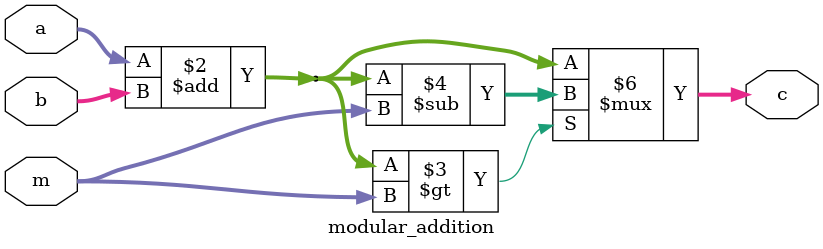
<source format=sv>
module modular_addition(a, b, m, c);
    parameter DATA_WIDTH = 8;

    input [DATA_WIDTH-1:0] a;
    input [DATA_WIDTH-1:0] b;
    input [DATA_WIDTH-1:0] m;
    output logic [DATA_WIDTH-1:0] c;

    always_comb begin
        c = a + b;
        if (c > m) begin
            c = c - m;
        end
    end
endmodule

</source>
